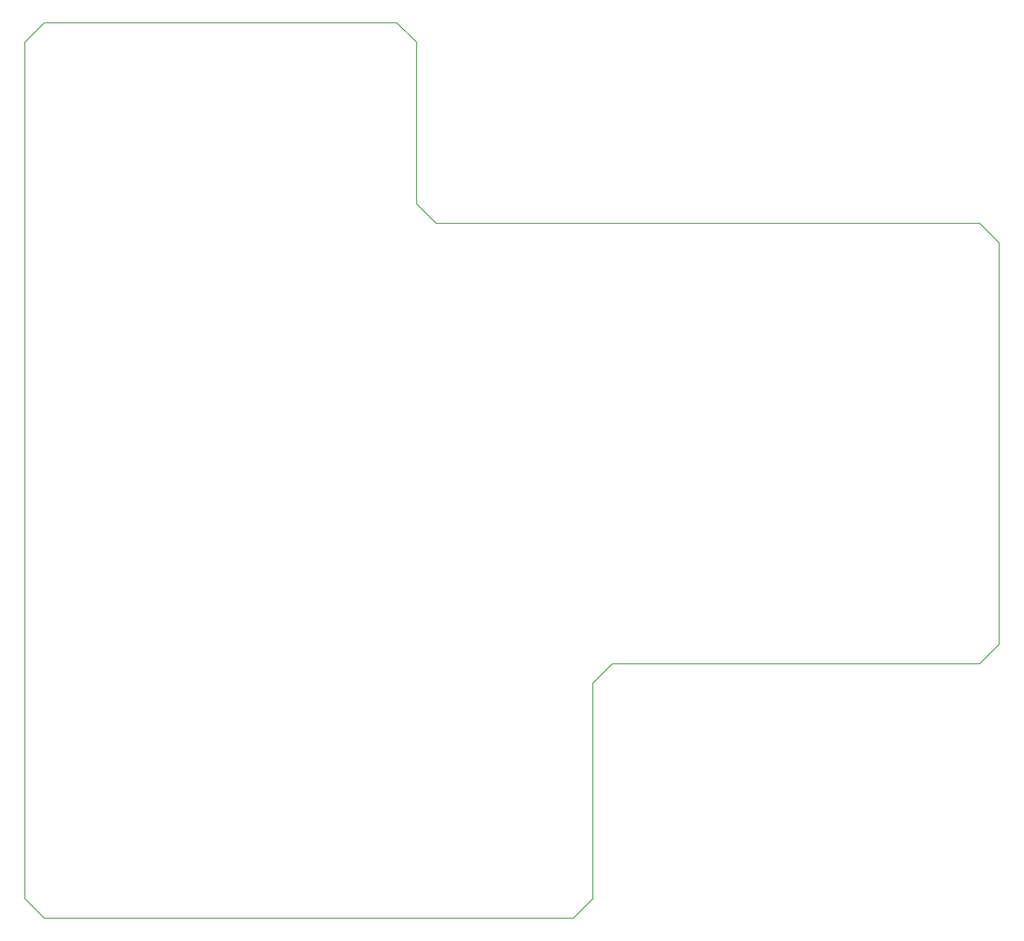
<source format=gbr>
G04 #@! TF.FileFunction,Profile,NP*
%FSLAX46Y46*%
G04 Gerber Fmt 4.6, Leading zero omitted, Abs format (unit mm)*
G04 Created by KiCad (PCBNEW 4.0.5) date Thursday, May 11, 2017 'PMt' 04:47:06 PM*
%MOMM*%
%LPD*%
G01*
G04 APERTURE LIST*
%ADD10C,0.100000*%
%ADD11C,0.150000*%
G04 APERTURE END LIST*
D10*
D11*
X64000000Y-211000000D02*
X68000000Y-215000000D01*
X64000000Y-36000000D02*
X68000000Y-32000000D01*
X140000000Y-32000000D02*
X144000000Y-36000000D01*
X176000000Y-215000000D02*
X180000000Y-211000000D01*
X259000000Y-163000000D02*
X263000000Y-159000000D01*
X259000000Y-73000000D02*
X263000000Y-77000000D01*
X180000000Y-167000000D02*
X184000000Y-163000000D01*
X144000000Y-69000000D02*
X148000000Y-73000000D01*
X180000000Y-211000000D02*
X180000000Y-167000000D01*
X68000000Y-215000000D02*
X176000000Y-215000000D01*
X64000000Y-36000000D02*
X64000000Y-211000000D01*
X140000000Y-32000000D02*
X68000000Y-32000000D01*
X259000000Y-163000000D02*
X184000000Y-163000000D01*
X144000000Y-69000000D02*
X144000000Y-36000000D01*
X233000000Y-73000000D02*
X148000000Y-73000000D01*
X233000000Y-73000000D02*
X259000000Y-73000000D01*
X263000000Y-159000000D02*
X263000000Y-77000000D01*
M02*

</source>
